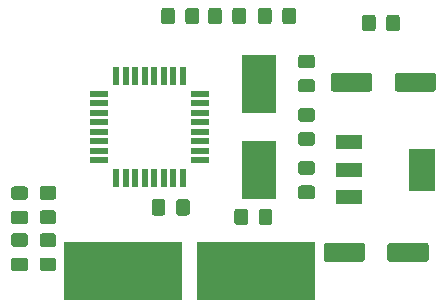
<source format=gbr>
G04 #@! TF.GenerationSoftware,KiCad,Pcbnew,(5.1.5)-3*
G04 #@! TF.CreationDate,2020-05-01T16:20:29+02:00*
G04 #@! TF.ProjectId,Arduino_Uno_R3_From_Scratch,41726475-696e-46f5-9f55-6e6f5f52335f,rev?*
G04 #@! TF.SameCoordinates,Original*
G04 #@! TF.FileFunction,Paste,Top*
G04 #@! TF.FilePolarity,Positive*
%FSLAX46Y46*%
G04 Gerber Fmt 4.6, Leading zero omitted, Abs format (unit mm)*
G04 Created by KiCad (PCBNEW (5.1.5)-3) date 2020-05-01 16:20:29*
%MOMM*%
%LPD*%
G04 APERTURE LIST*
%ADD10C,0.100000*%
%ADD11R,2.235200X1.219200*%
%ADD12R,2.200000X3.600000*%
%ADD13R,0.550000X1.500000*%
%ADD14R,1.500000X0.550000*%
%ADD15R,3.000000X4.900000*%
%ADD16R,10.000000X5.000000*%
G04 APERTURE END LIST*
D10*
G36*
X212924505Y-98501204D02*
G01*
X212948773Y-98504804D01*
X212972572Y-98510765D01*
X212995671Y-98519030D01*
X213017850Y-98529520D01*
X213038893Y-98542132D01*
X213058599Y-98556747D01*
X213076777Y-98573223D01*
X213093253Y-98591401D01*
X213107868Y-98611107D01*
X213120480Y-98632150D01*
X213130970Y-98654329D01*
X213139235Y-98677428D01*
X213145196Y-98701227D01*
X213148796Y-98725495D01*
X213150000Y-98749999D01*
X213150000Y-99650001D01*
X213148796Y-99674505D01*
X213145196Y-99698773D01*
X213139235Y-99722572D01*
X213130970Y-99745671D01*
X213120480Y-99767850D01*
X213107868Y-99788893D01*
X213093253Y-99808599D01*
X213076777Y-99826777D01*
X213058599Y-99843253D01*
X213038893Y-99857868D01*
X213017850Y-99870480D01*
X212995671Y-99880970D01*
X212972572Y-99889235D01*
X212948773Y-99895196D01*
X212924505Y-99898796D01*
X212900001Y-99900000D01*
X212249999Y-99900000D01*
X212225495Y-99898796D01*
X212201227Y-99895196D01*
X212177428Y-99889235D01*
X212154329Y-99880970D01*
X212132150Y-99870480D01*
X212111107Y-99857868D01*
X212091401Y-99843253D01*
X212073223Y-99826777D01*
X212056747Y-99808599D01*
X212042132Y-99788893D01*
X212029520Y-99767850D01*
X212019030Y-99745671D01*
X212010765Y-99722572D01*
X212004804Y-99698773D01*
X212001204Y-99674505D01*
X212000000Y-99650001D01*
X212000000Y-98749999D01*
X212001204Y-98725495D01*
X212004804Y-98701227D01*
X212010765Y-98677428D01*
X212019030Y-98654329D01*
X212029520Y-98632150D01*
X212042132Y-98611107D01*
X212056747Y-98591401D01*
X212073223Y-98573223D01*
X212091401Y-98556747D01*
X212111107Y-98542132D01*
X212132150Y-98529520D01*
X212154329Y-98519030D01*
X212177428Y-98510765D01*
X212201227Y-98504804D01*
X212225495Y-98501204D01*
X212249999Y-98500000D01*
X212900001Y-98500000D01*
X212924505Y-98501204D01*
G37*
G36*
X214974505Y-98501204D02*
G01*
X214998773Y-98504804D01*
X215022572Y-98510765D01*
X215045671Y-98519030D01*
X215067850Y-98529520D01*
X215088893Y-98542132D01*
X215108599Y-98556747D01*
X215126777Y-98573223D01*
X215143253Y-98591401D01*
X215157868Y-98611107D01*
X215170480Y-98632150D01*
X215180970Y-98654329D01*
X215189235Y-98677428D01*
X215195196Y-98701227D01*
X215198796Y-98725495D01*
X215200000Y-98749999D01*
X215200000Y-99650001D01*
X215198796Y-99674505D01*
X215195196Y-99698773D01*
X215189235Y-99722572D01*
X215180970Y-99745671D01*
X215170480Y-99767850D01*
X215157868Y-99788893D01*
X215143253Y-99808599D01*
X215126777Y-99826777D01*
X215108599Y-99843253D01*
X215088893Y-99857868D01*
X215067850Y-99870480D01*
X215045671Y-99880970D01*
X215022572Y-99889235D01*
X214998773Y-99895196D01*
X214974505Y-99898796D01*
X214950001Y-99900000D01*
X214299999Y-99900000D01*
X214275495Y-99898796D01*
X214251227Y-99895196D01*
X214227428Y-99889235D01*
X214204329Y-99880970D01*
X214182150Y-99870480D01*
X214161107Y-99857868D01*
X214141401Y-99843253D01*
X214123223Y-99826777D01*
X214106747Y-99808599D01*
X214092132Y-99788893D01*
X214079520Y-99767850D01*
X214069030Y-99745671D01*
X214060765Y-99722572D01*
X214054804Y-99698773D01*
X214051204Y-99674505D01*
X214050000Y-99650001D01*
X214050000Y-98749999D01*
X214051204Y-98725495D01*
X214054804Y-98701227D01*
X214060765Y-98677428D01*
X214069030Y-98654329D01*
X214079520Y-98632150D01*
X214092132Y-98611107D01*
X214106747Y-98591401D01*
X214123223Y-98573223D01*
X214141401Y-98556747D01*
X214161107Y-98542132D01*
X214182150Y-98529520D01*
X214204329Y-98519030D01*
X214227428Y-98510765D01*
X214251227Y-98504804D01*
X214275495Y-98501204D01*
X214299999Y-98500000D01*
X214950001Y-98500000D01*
X214974505Y-98501204D01*
G37*
D11*
X210901200Y-109288600D03*
X210901200Y-111600000D03*
X210901200Y-113911400D03*
D12*
X217099000Y-111600000D03*
D10*
G36*
X212624504Y-103401204D02*
G01*
X212648773Y-103404804D01*
X212672571Y-103410765D01*
X212695671Y-103419030D01*
X212717849Y-103429520D01*
X212738893Y-103442133D01*
X212758598Y-103456747D01*
X212776777Y-103473223D01*
X212793253Y-103491402D01*
X212807867Y-103511107D01*
X212820480Y-103532151D01*
X212830970Y-103554329D01*
X212839235Y-103577429D01*
X212845196Y-103601227D01*
X212848796Y-103625496D01*
X212850000Y-103650000D01*
X212850000Y-104750000D01*
X212848796Y-104774504D01*
X212845196Y-104798773D01*
X212839235Y-104822571D01*
X212830970Y-104845671D01*
X212820480Y-104867849D01*
X212807867Y-104888893D01*
X212793253Y-104908598D01*
X212776777Y-104926777D01*
X212758598Y-104943253D01*
X212738893Y-104957867D01*
X212717849Y-104970480D01*
X212695671Y-104980970D01*
X212672571Y-104989235D01*
X212648773Y-104995196D01*
X212624504Y-104998796D01*
X212600000Y-105000000D01*
X209600000Y-105000000D01*
X209575496Y-104998796D01*
X209551227Y-104995196D01*
X209527429Y-104989235D01*
X209504329Y-104980970D01*
X209482151Y-104970480D01*
X209461107Y-104957867D01*
X209441402Y-104943253D01*
X209423223Y-104926777D01*
X209406747Y-104908598D01*
X209392133Y-104888893D01*
X209379520Y-104867849D01*
X209369030Y-104845671D01*
X209360765Y-104822571D01*
X209354804Y-104798773D01*
X209351204Y-104774504D01*
X209350000Y-104750000D01*
X209350000Y-103650000D01*
X209351204Y-103625496D01*
X209354804Y-103601227D01*
X209360765Y-103577429D01*
X209369030Y-103554329D01*
X209379520Y-103532151D01*
X209392133Y-103511107D01*
X209406747Y-103491402D01*
X209423223Y-103473223D01*
X209441402Y-103456747D01*
X209461107Y-103442133D01*
X209482151Y-103429520D01*
X209504329Y-103419030D01*
X209527429Y-103410765D01*
X209551227Y-103404804D01*
X209575496Y-103401204D01*
X209600000Y-103400000D01*
X212600000Y-103400000D01*
X212624504Y-103401204D01*
G37*
G36*
X218024504Y-103401204D02*
G01*
X218048773Y-103404804D01*
X218072571Y-103410765D01*
X218095671Y-103419030D01*
X218117849Y-103429520D01*
X218138893Y-103442133D01*
X218158598Y-103456747D01*
X218176777Y-103473223D01*
X218193253Y-103491402D01*
X218207867Y-103511107D01*
X218220480Y-103532151D01*
X218230970Y-103554329D01*
X218239235Y-103577429D01*
X218245196Y-103601227D01*
X218248796Y-103625496D01*
X218250000Y-103650000D01*
X218250000Y-104750000D01*
X218248796Y-104774504D01*
X218245196Y-104798773D01*
X218239235Y-104822571D01*
X218230970Y-104845671D01*
X218220480Y-104867849D01*
X218207867Y-104888893D01*
X218193253Y-104908598D01*
X218176777Y-104926777D01*
X218158598Y-104943253D01*
X218138893Y-104957867D01*
X218117849Y-104970480D01*
X218095671Y-104980970D01*
X218072571Y-104989235D01*
X218048773Y-104995196D01*
X218024504Y-104998796D01*
X218000000Y-105000000D01*
X215000000Y-105000000D01*
X214975496Y-104998796D01*
X214951227Y-104995196D01*
X214927429Y-104989235D01*
X214904329Y-104980970D01*
X214882151Y-104970480D01*
X214861107Y-104957867D01*
X214841402Y-104943253D01*
X214823223Y-104926777D01*
X214806747Y-104908598D01*
X214792133Y-104888893D01*
X214779520Y-104867849D01*
X214769030Y-104845671D01*
X214760765Y-104822571D01*
X214754804Y-104798773D01*
X214751204Y-104774504D01*
X214750000Y-104750000D01*
X214750000Y-103650000D01*
X214751204Y-103625496D01*
X214754804Y-103601227D01*
X214760765Y-103577429D01*
X214769030Y-103554329D01*
X214779520Y-103532151D01*
X214792133Y-103511107D01*
X214806747Y-103491402D01*
X214823223Y-103473223D01*
X214841402Y-103456747D01*
X214861107Y-103442133D01*
X214882151Y-103429520D01*
X214904329Y-103419030D01*
X214927429Y-103410765D01*
X214951227Y-103404804D01*
X214975496Y-103401204D01*
X215000000Y-103400000D01*
X218000000Y-103400000D01*
X218024504Y-103401204D01*
G37*
G36*
X217424504Y-117801204D02*
G01*
X217448773Y-117804804D01*
X217472571Y-117810765D01*
X217495671Y-117819030D01*
X217517849Y-117829520D01*
X217538893Y-117842133D01*
X217558598Y-117856747D01*
X217576777Y-117873223D01*
X217593253Y-117891402D01*
X217607867Y-117911107D01*
X217620480Y-117932151D01*
X217630970Y-117954329D01*
X217639235Y-117977429D01*
X217645196Y-118001227D01*
X217648796Y-118025496D01*
X217650000Y-118050000D01*
X217650000Y-119150000D01*
X217648796Y-119174504D01*
X217645196Y-119198773D01*
X217639235Y-119222571D01*
X217630970Y-119245671D01*
X217620480Y-119267849D01*
X217607867Y-119288893D01*
X217593253Y-119308598D01*
X217576777Y-119326777D01*
X217558598Y-119343253D01*
X217538893Y-119357867D01*
X217517849Y-119370480D01*
X217495671Y-119380970D01*
X217472571Y-119389235D01*
X217448773Y-119395196D01*
X217424504Y-119398796D01*
X217400000Y-119400000D01*
X214400000Y-119400000D01*
X214375496Y-119398796D01*
X214351227Y-119395196D01*
X214327429Y-119389235D01*
X214304329Y-119380970D01*
X214282151Y-119370480D01*
X214261107Y-119357867D01*
X214241402Y-119343253D01*
X214223223Y-119326777D01*
X214206747Y-119308598D01*
X214192133Y-119288893D01*
X214179520Y-119267849D01*
X214169030Y-119245671D01*
X214160765Y-119222571D01*
X214154804Y-119198773D01*
X214151204Y-119174504D01*
X214150000Y-119150000D01*
X214150000Y-118050000D01*
X214151204Y-118025496D01*
X214154804Y-118001227D01*
X214160765Y-117977429D01*
X214169030Y-117954329D01*
X214179520Y-117932151D01*
X214192133Y-117911107D01*
X214206747Y-117891402D01*
X214223223Y-117873223D01*
X214241402Y-117856747D01*
X214261107Y-117842133D01*
X214282151Y-117829520D01*
X214304329Y-117819030D01*
X214327429Y-117810765D01*
X214351227Y-117804804D01*
X214375496Y-117801204D01*
X214400000Y-117800000D01*
X217400000Y-117800000D01*
X217424504Y-117801204D01*
G37*
G36*
X212024504Y-117801204D02*
G01*
X212048773Y-117804804D01*
X212072571Y-117810765D01*
X212095671Y-117819030D01*
X212117849Y-117829520D01*
X212138893Y-117842133D01*
X212158598Y-117856747D01*
X212176777Y-117873223D01*
X212193253Y-117891402D01*
X212207867Y-117911107D01*
X212220480Y-117932151D01*
X212230970Y-117954329D01*
X212239235Y-117977429D01*
X212245196Y-118001227D01*
X212248796Y-118025496D01*
X212250000Y-118050000D01*
X212250000Y-119150000D01*
X212248796Y-119174504D01*
X212245196Y-119198773D01*
X212239235Y-119222571D01*
X212230970Y-119245671D01*
X212220480Y-119267849D01*
X212207867Y-119288893D01*
X212193253Y-119308598D01*
X212176777Y-119326777D01*
X212158598Y-119343253D01*
X212138893Y-119357867D01*
X212117849Y-119370480D01*
X212095671Y-119380970D01*
X212072571Y-119389235D01*
X212048773Y-119395196D01*
X212024504Y-119398796D01*
X212000000Y-119400000D01*
X209000000Y-119400000D01*
X208975496Y-119398796D01*
X208951227Y-119395196D01*
X208927429Y-119389235D01*
X208904329Y-119380970D01*
X208882151Y-119370480D01*
X208861107Y-119357867D01*
X208841402Y-119343253D01*
X208823223Y-119326777D01*
X208806747Y-119308598D01*
X208792133Y-119288893D01*
X208779520Y-119267849D01*
X208769030Y-119245671D01*
X208760765Y-119222571D01*
X208754804Y-119198773D01*
X208751204Y-119174504D01*
X208750000Y-119150000D01*
X208750000Y-118050000D01*
X208751204Y-118025496D01*
X208754804Y-118001227D01*
X208760765Y-117977429D01*
X208769030Y-117954329D01*
X208779520Y-117932151D01*
X208792133Y-117911107D01*
X208806747Y-117891402D01*
X208823223Y-117873223D01*
X208841402Y-117856747D01*
X208861107Y-117842133D01*
X208882151Y-117829520D01*
X208904329Y-117819030D01*
X208927429Y-117810765D01*
X208951227Y-117804804D01*
X208975496Y-117801204D01*
X209000000Y-117800000D01*
X212000000Y-117800000D01*
X212024504Y-117801204D01*
G37*
G36*
X207774505Y-112951204D02*
G01*
X207798773Y-112954804D01*
X207822572Y-112960765D01*
X207845671Y-112969030D01*
X207867850Y-112979520D01*
X207888893Y-112992132D01*
X207908599Y-113006747D01*
X207926777Y-113023223D01*
X207943253Y-113041401D01*
X207957868Y-113061107D01*
X207970480Y-113082150D01*
X207980970Y-113104329D01*
X207989235Y-113127428D01*
X207995196Y-113151227D01*
X207998796Y-113175495D01*
X208000000Y-113199999D01*
X208000000Y-113850001D01*
X207998796Y-113874505D01*
X207995196Y-113898773D01*
X207989235Y-113922572D01*
X207980970Y-113945671D01*
X207970480Y-113967850D01*
X207957868Y-113988893D01*
X207943253Y-114008599D01*
X207926777Y-114026777D01*
X207908599Y-114043253D01*
X207888893Y-114057868D01*
X207867850Y-114070480D01*
X207845671Y-114080970D01*
X207822572Y-114089235D01*
X207798773Y-114095196D01*
X207774505Y-114098796D01*
X207750001Y-114100000D01*
X206849999Y-114100000D01*
X206825495Y-114098796D01*
X206801227Y-114095196D01*
X206777428Y-114089235D01*
X206754329Y-114080970D01*
X206732150Y-114070480D01*
X206711107Y-114057868D01*
X206691401Y-114043253D01*
X206673223Y-114026777D01*
X206656747Y-114008599D01*
X206642132Y-113988893D01*
X206629520Y-113967850D01*
X206619030Y-113945671D01*
X206610765Y-113922572D01*
X206604804Y-113898773D01*
X206601204Y-113874505D01*
X206600000Y-113850001D01*
X206600000Y-113199999D01*
X206601204Y-113175495D01*
X206604804Y-113151227D01*
X206610765Y-113127428D01*
X206619030Y-113104329D01*
X206629520Y-113082150D01*
X206642132Y-113061107D01*
X206656747Y-113041401D01*
X206673223Y-113023223D01*
X206691401Y-113006747D01*
X206711107Y-112992132D01*
X206732150Y-112979520D01*
X206754329Y-112969030D01*
X206777428Y-112960765D01*
X206801227Y-112954804D01*
X206825495Y-112951204D01*
X206849999Y-112950000D01*
X207750001Y-112950000D01*
X207774505Y-112951204D01*
G37*
G36*
X207774505Y-110901204D02*
G01*
X207798773Y-110904804D01*
X207822572Y-110910765D01*
X207845671Y-110919030D01*
X207867850Y-110929520D01*
X207888893Y-110942132D01*
X207908599Y-110956747D01*
X207926777Y-110973223D01*
X207943253Y-110991401D01*
X207957868Y-111011107D01*
X207970480Y-111032150D01*
X207980970Y-111054329D01*
X207989235Y-111077428D01*
X207995196Y-111101227D01*
X207998796Y-111125495D01*
X208000000Y-111149999D01*
X208000000Y-111800001D01*
X207998796Y-111824505D01*
X207995196Y-111848773D01*
X207989235Y-111872572D01*
X207980970Y-111895671D01*
X207970480Y-111917850D01*
X207957868Y-111938893D01*
X207943253Y-111958599D01*
X207926777Y-111976777D01*
X207908599Y-111993253D01*
X207888893Y-112007868D01*
X207867850Y-112020480D01*
X207845671Y-112030970D01*
X207822572Y-112039235D01*
X207798773Y-112045196D01*
X207774505Y-112048796D01*
X207750001Y-112050000D01*
X206849999Y-112050000D01*
X206825495Y-112048796D01*
X206801227Y-112045196D01*
X206777428Y-112039235D01*
X206754329Y-112030970D01*
X206732150Y-112020480D01*
X206711107Y-112007868D01*
X206691401Y-111993253D01*
X206673223Y-111976777D01*
X206656747Y-111958599D01*
X206642132Y-111938893D01*
X206629520Y-111917850D01*
X206619030Y-111895671D01*
X206610765Y-111872572D01*
X206604804Y-111848773D01*
X206601204Y-111824505D01*
X206600000Y-111800001D01*
X206600000Y-111149999D01*
X206601204Y-111125495D01*
X206604804Y-111101227D01*
X206610765Y-111077428D01*
X206619030Y-111054329D01*
X206629520Y-111032150D01*
X206642132Y-111011107D01*
X206656747Y-110991401D01*
X206673223Y-110973223D01*
X206691401Y-110956747D01*
X206711107Y-110942132D01*
X206732150Y-110929520D01*
X206754329Y-110919030D01*
X206777428Y-110910765D01*
X206801227Y-110904804D01*
X206825495Y-110901204D01*
X206849999Y-110900000D01*
X207750001Y-110900000D01*
X207774505Y-110901204D01*
G37*
G36*
X207774505Y-103926204D02*
G01*
X207798773Y-103929804D01*
X207822572Y-103935765D01*
X207845671Y-103944030D01*
X207867850Y-103954520D01*
X207888893Y-103967132D01*
X207908599Y-103981747D01*
X207926777Y-103998223D01*
X207943253Y-104016401D01*
X207957868Y-104036107D01*
X207970480Y-104057150D01*
X207980970Y-104079329D01*
X207989235Y-104102428D01*
X207995196Y-104126227D01*
X207998796Y-104150495D01*
X208000000Y-104174999D01*
X208000000Y-104825001D01*
X207998796Y-104849505D01*
X207995196Y-104873773D01*
X207989235Y-104897572D01*
X207980970Y-104920671D01*
X207970480Y-104942850D01*
X207957868Y-104963893D01*
X207943253Y-104983599D01*
X207926777Y-105001777D01*
X207908599Y-105018253D01*
X207888893Y-105032868D01*
X207867850Y-105045480D01*
X207845671Y-105055970D01*
X207822572Y-105064235D01*
X207798773Y-105070196D01*
X207774505Y-105073796D01*
X207750001Y-105075000D01*
X206849999Y-105075000D01*
X206825495Y-105073796D01*
X206801227Y-105070196D01*
X206777428Y-105064235D01*
X206754329Y-105055970D01*
X206732150Y-105045480D01*
X206711107Y-105032868D01*
X206691401Y-105018253D01*
X206673223Y-105001777D01*
X206656747Y-104983599D01*
X206642132Y-104963893D01*
X206629520Y-104942850D01*
X206619030Y-104920671D01*
X206610765Y-104897572D01*
X206604804Y-104873773D01*
X206601204Y-104849505D01*
X206600000Y-104825001D01*
X206600000Y-104174999D01*
X206601204Y-104150495D01*
X206604804Y-104126227D01*
X206610765Y-104102428D01*
X206619030Y-104079329D01*
X206629520Y-104057150D01*
X206642132Y-104036107D01*
X206656747Y-104016401D01*
X206673223Y-103998223D01*
X206691401Y-103981747D01*
X206711107Y-103967132D01*
X206732150Y-103954520D01*
X206754329Y-103944030D01*
X206777428Y-103935765D01*
X206801227Y-103929804D01*
X206825495Y-103926204D01*
X206849999Y-103925000D01*
X207750001Y-103925000D01*
X207774505Y-103926204D01*
G37*
G36*
X207774505Y-101876204D02*
G01*
X207798773Y-101879804D01*
X207822572Y-101885765D01*
X207845671Y-101894030D01*
X207867850Y-101904520D01*
X207888893Y-101917132D01*
X207908599Y-101931747D01*
X207926777Y-101948223D01*
X207943253Y-101966401D01*
X207957868Y-101986107D01*
X207970480Y-102007150D01*
X207980970Y-102029329D01*
X207989235Y-102052428D01*
X207995196Y-102076227D01*
X207998796Y-102100495D01*
X208000000Y-102124999D01*
X208000000Y-102775001D01*
X207998796Y-102799505D01*
X207995196Y-102823773D01*
X207989235Y-102847572D01*
X207980970Y-102870671D01*
X207970480Y-102892850D01*
X207957868Y-102913893D01*
X207943253Y-102933599D01*
X207926777Y-102951777D01*
X207908599Y-102968253D01*
X207888893Y-102982868D01*
X207867850Y-102995480D01*
X207845671Y-103005970D01*
X207822572Y-103014235D01*
X207798773Y-103020196D01*
X207774505Y-103023796D01*
X207750001Y-103025000D01*
X206849999Y-103025000D01*
X206825495Y-103023796D01*
X206801227Y-103020196D01*
X206777428Y-103014235D01*
X206754329Y-103005970D01*
X206732150Y-102995480D01*
X206711107Y-102982868D01*
X206691401Y-102968253D01*
X206673223Y-102951777D01*
X206656747Y-102933599D01*
X206642132Y-102913893D01*
X206629520Y-102892850D01*
X206619030Y-102870671D01*
X206610765Y-102847572D01*
X206604804Y-102823773D01*
X206601204Y-102799505D01*
X206600000Y-102775001D01*
X206600000Y-102124999D01*
X206601204Y-102100495D01*
X206604804Y-102076227D01*
X206610765Y-102052428D01*
X206619030Y-102029329D01*
X206629520Y-102007150D01*
X206642132Y-101986107D01*
X206656747Y-101966401D01*
X206673223Y-101948223D01*
X206691401Y-101931747D01*
X206711107Y-101917132D01*
X206732150Y-101904520D01*
X206754329Y-101894030D01*
X206777428Y-101885765D01*
X206801227Y-101879804D01*
X206825495Y-101876204D01*
X206849999Y-101875000D01*
X207750001Y-101875000D01*
X207774505Y-101876204D01*
G37*
G36*
X197174505Y-114101204D02*
G01*
X197198773Y-114104804D01*
X197222572Y-114110765D01*
X197245671Y-114119030D01*
X197267850Y-114129520D01*
X197288893Y-114142132D01*
X197308599Y-114156747D01*
X197326777Y-114173223D01*
X197343253Y-114191401D01*
X197357868Y-114211107D01*
X197370480Y-114232150D01*
X197380970Y-114254329D01*
X197389235Y-114277428D01*
X197395196Y-114301227D01*
X197398796Y-114325495D01*
X197400000Y-114349999D01*
X197400000Y-115250001D01*
X197398796Y-115274505D01*
X197395196Y-115298773D01*
X197389235Y-115322572D01*
X197380970Y-115345671D01*
X197370480Y-115367850D01*
X197357868Y-115388893D01*
X197343253Y-115408599D01*
X197326777Y-115426777D01*
X197308599Y-115443253D01*
X197288893Y-115457868D01*
X197267850Y-115470480D01*
X197245671Y-115480970D01*
X197222572Y-115489235D01*
X197198773Y-115495196D01*
X197174505Y-115498796D01*
X197150001Y-115500000D01*
X196499999Y-115500000D01*
X196475495Y-115498796D01*
X196451227Y-115495196D01*
X196427428Y-115489235D01*
X196404329Y-115480970D01*
X196382150Y-115470480D01*
X196361107Y-115457868D01*
X196341401Y-115443253D01*
X196323223Y-115426777D01*
X196306747Y-115408599D01*
X196292132Y-115388893D01*
X196279520Y-115367850D01*
X196269030Y-115345671D01*
X196260765Y-115322572D01*
X196254804Y-115298773D01*
X196251204Y-115274505D01*
X196250000Y-115250001D01*
X196250000Y-114349999D01*
X196251204Y-114325495D01*
X196254804Y-114301227D01*
X196260765Y-114277428D01*
X196269030Y-114254329D01*
X196279520Y-114232150D01*
X196292132Y-114211107D01*
X196306747Y-114191401D01*
X196323223Y-114173223D01*
X196341401Y-114156747D01*
X196361107Y-114142132D01*
X196382150Y-114129520D01*
X196404329Y-114119030D01*
X196427428Y-114110765D01*
X196451227Y-114104804D01*
X196475495Y-114101204D01*
X196499999Y-114100000D01*
X197150001Y-114100000D01*
X197174505Y-114101204D01*
G37*
G36*
X195124505Y-114101204D02*
G01*
X195148773Y-114104804D01*
X195172572Y-114110765D01*
X195195671Y-114119030D01*
X195217850Y-114129520D01*
X195238893Y-114142132D01*
X195258599Y-114156747D01*
X195276777Y-114173223D01*
X195293253Y-114191401D01*
X195307868Y-114211107D01*
X195320480Y-114232150D01*
X195330970Y-114254329D01*
X195339235Y-114277428D01*
X195345196Y-114301227D01*
X195348796Y-114325495D01*
X195350000Y-114349999D01*
X195350000Y-115250001D01*
X195348796Y-115274505D01*
X195345196Y-115298773D01*
X195339235Y-115322572D01*
X195330970Y-115345671D01*
X195320480Y-115367850D01*
X195307868Y-115388893D01*
X195293253Y-115408599D01*
X195276777Y-115426777D01*
X195258599Y-115443253D01*
X195238893Y-115457868D01*
X195217850Y-115470480D01*
X195195671Y-115480970D01*
X195172572Y-115489235D01*
X195148773Y-115495196D01*
X195124505Y-115498796D01*
X195100001Y-115500000D01*
X194449999Y-115500000D01*
X194425495Y-115498796D01*
X194401227Y-115495196D01*
X194377428Y-115489235D01*
X194354329Y-115480970D01*
X194332150Y-115470480D01*
X194311107Y-115457868D01*
X194291401Y-115443253D01*
X194273223Y-115426777D01*
X194256747Y-115408599D01*
X194242132Y-115388893D01*
X194229520Y-115367850D01*
X194219030Y-115345671D01*
X194210765Y-115322572D01*
X194204804Y-115298773D01*
X194201204Y-115274505D01*
X194200000Y-115250001D01*
X194200000Y-114349999D01*
X194201204Y-114325495D01*
X194204804Y-114301227D01*
X194210765Y-114277428D01*
X194219030Y-114254329D01*
X194229520Y-114232150D01*
X194242132Y-114211107D01*
X194256747Y-114191401D01*
X194273223Y-114173223D01*
X194291401Y-114156747D01*
X194311107Y-114142132D01*
X194332150Y-114129520D01*
X194354329Y-114119030D01*
X194377428Y-114110765D01*
X194401227Y-114104804D01*
X194425495Y-114101204D01*
X194449999Y-114100000D01*
X195100001Y-114100000D01*
X195124505Y-114101204D01*
G37*
G36*
X204174505Y-114901204D02*
G01*
X204198773Y-114904804D01*
X204222572Y-114910765D01*
X204245671Y-114919030D01*
X204267850Y-114929520D01*
X204288893Y-114942132D01*
X204308599Y-114956747D01*
X204326777Y-114973223D01*
X204343253Y-114991401D01*
X204357868Y-115011107D01*
X204370480Y-115032150D01*
X204380970Y-115054329D01*
X204389235Y-115077428D01*
X204395196Y-115101227D01*
X204398796Y-115125495D01*
X204400000Y-115149999D01*
X204400000Y-116050001D01*
X204398796Y-116074505D01*
X204395196Y-116098773D01*
X204389235Y-116122572D01*
X204380970Y-116145671D01*
X204370480Y-116167850D01*
X204357868Y-116188893D01*
X204343253Y-116208599D01*
X204326777Y-116226777D01*
X204308599Y-116243253D01*
X204288893Y-116257868D01*
X204267850Y-116270480D01*
X204245671Y-116280970D01*
X204222572Y-116289235D01*
X204198773Y-116295196D01*
X204174505Y-116298796D01*
X204150001Y-116300000D01*
X203499999Y-116300000D01*
X203475495Y-116298796D01*
X203451227Y-116295196D01*
X203427428Y-116289235D01*
X203404329Y-116280970D01*
X203382150Y-116270480D01*
X203361107Y-116257868D01*
X203341401Y-116243253D01*
X203323223Y-116226777D01*
X203306747Y-116208599D01*
X203292132Y-116188893D01*
X203279520Y-116167850D01*
X203269030Y-116145671D01*
X203260765Y-116122572D01*
X203254804Y-116098773D01*
X203251204Y-116074505D01*
X203250000Y-116050001D01*
X203250000Y-115149999D01*
X203251204Y-115125495D01*
X203254804Y-115101227D01*
X203260765Y-115077428D01*
X203269030Y-115054329D01*
X203279520Y-115032150D01*
X203292132Y-115011107D01*
X203306747Y-114991401D01*
X203323223Y-114973223D01*
X203341401Y-114956747D01*
X203361107Y-114942132D01*
X203382150Y-114929520D01*
X203404329Y-114919030D01*
X203427428Y-114910765D01*
X203451227Y-114904804D01*
X203475495Y-114901204D01*
X203499999Y-114900000D01*
X204150001Y-114900000D01*
X204174505Y-114901204D01*
G37*
G36*
X202124505Y-114901204D02*
G01*
X202148773Y-114904804D01*
X202172572Y-114910765D01*
X202195671Y-114919030D01*
X202217850Y-114929520D01*
X202238893Y-114942132D01*
X202258599Y-114956747D01*
X202276777Y-114973223D01*
X202293253Y-114991401D01*
X202307868Y-115011107D01*
X202320480Y-115032150D01*
X202330970Y-115054329D01*
X202339235Y-115077428D01*
X202345196Y-115101227D01*
X202348796Y-115125495D01*
X202350000Y-115149999D01*
X202350000Y-116050001D01*
X202348796Y-116074505D01*
X202345196Y-116098773D01*
X202339235Y-116122572D01*
X202330970Y-116145671D01*
X202320480Y-116167850D01*
X202307868Y-116188893D01*
X202293253Y-116208599D01*
X202276777Y-116226777D01*
X202258599Y-116243253D01*
X202238893Y-116257868D01*
X202217850Y-116270480D01*
X202195671Y-116280970D01*
X202172572Y-116289235D01*
X202148773Y-116295196D01*
X202124505Y-116298796D01*
X202100001Y-116300000D01*
X201449999Y-116300000D01*
X201425495Y-116298796D01*
X201401227Y-116295196D01*
X201377428Y-116289235D01*
X201354329Y-116280970D01*
X201332150Y-116270480D01*
X201311107Y-116257868D01*
X201291401Y-116243253D01*
X201273223Y-116226777D01*
X201256747Y-116208599D01*
X201242132Y-116188893D01*
X201229520Y-116167850D01*
X201219030Y-116145671D01*
X201210765Y-116122572D01*
X201204804Y-116098773D01*
X201201204Y-116074505D01*
X201200000Y-116050001D01*
X201200000Y-115149999D01*
X201201204Y-115125495D01*
X201204804Y-115101227D01*
X201210765Y-115077428D01*
X201219030Y-115054329D01*
X201229520Y-115032150D01*
X201242132Y-115011107D01*
X201256747Y-114991401D01*
X201273223Y-114973223D01*
X201291401Y-114956747D01*
X201311107Y-114942132D01*
X201332150Y-114929520D01*
X201354329Y-114919030D01*
X201377428Y-114910765D01*
X201401227Y-114904804D01*
X201425495Y-114901204D01*
X201449999Y-114900000D01*
X202100001Y-114900000D01*
X202124505Y-114901204D01*
G37*
G36*
X183474505Y-119051204D02*
G01*
X183498773Y-119054804D01*
X183522572Y-119060765D01*
X183545671Y-119069030D01*
X183567850Y-119079520D01*
X183588893Y-119092132D01*
X183608599Y-119106747D01*
X183626777Y-119123223D01*
X183643253Y-119141401D01*
X183657868Y-119161107D01*
X183670480Y-119182150D01*
X183680970Y-119204329D01*
X183689235Y-119227428D01*
X183695196Y-119251227D01*
X183698796Y-119275495D01*
X183700000Y-119299999D01*
X183700000Y-119950001D01*
X183698796Y-119974505D01*
X183695196Y-119998773D01*
X183689235Y-120022572D01*
X183680970Y-120045671D01*
X183670480Y-120067850D01*
X183657868Y-120088893D01*
X183643253Y-120108599D01*
X183626777Y-120126777D01*
X183608599Y-120143253D01*
X183588893Y-120157868D01*
X183567850Y-120170480D01*
X183545671Y-120180970D01*
X183522572Y-120189235D01*
X183498773Y-120195196D01*
X183474505Y-120198796D01*
X183450001Y-120200000D01*
X182549999Y-120200000D01*
X182525495Y-120198796D01*
X182501227Y-120195196D01*
X182477428Y-120189235D01*
X182454329Y-120180970D01*
X182432150Y-120170480D01*
X182411107Y-120157868D01*
X182391401Y-120143253D01*
X182373223Y-120126777D01*
X182356747Y-120108599D01*
X182342132Y-120088893D01*
X182329520Y-120067850D01*
X182319030Y-120045671D01*
X182310765Y-120022572D01*
X182304804Y-119998773D01*
X182301204Y-119974505D01*
X182300000Y-119950001D01*
X182300000Y-119299999D01*
X182301204Y-119275495D01*
X182304804Y-119251227D01*
X182310765Y-119227428D01*
X182319030Y-119204329D01*
X182329520Y-119182150D01*
X182342132Y-119161107D01*
X182356747Y-119141401D01*
X182373223Y-119123223D01*
X182391401Y-119106747D01*
X182411107Y-119092132D01*
X182432150Y-119079520D01*
X182454329Y-119069030D01*
X182477428Y-119060765D01*
X182501227Y-119054804D01*
X182525495Y-119051204D01*
X182549999Y-119050000D01*
X183450001Y-119050000D01*
X183474505Y-119051204D01*
G37*
G36*
X183474505Y-117001204D02*
G01*
X183498773Y-117004804D01*
X183522572Y-117010765D01*
X183545671Y-117019030D01*
X183567850Y-117029520D01*
X183588893Y-117042132D01*
X183608599Y-117056747D01*
X183626777Y-117073223D01*
X183643253Y-117091401D01*
X183657868Y-117111107D01*
X183670480Y-117132150D01*
X183680970Y-117154329D01*
X183689235Y-117177428D01*
X183695196Y-117201227D01*
X183698796Y-117225495D01*
X183700000Y-117249999D01*
X183700000Y-117900001D01*
X183698796Y-117924505D01*
X183695196Y-117948773D01*
X183689235Y-117972572D01*
X183680970Y-117995671D01*
X183670480Y-118017850D01*
X183657868Y-118038893D01*
X183643253Y-118058599D01*
X183626777Y-118076777D01*
X183608599Y-118093253D01*
X183588893Y-118107868D01*
X183567850Y-118120480D01*
X183545671Y-118130970D01*
X183522572Y-118139235D01*
X183498773Y-118145196D01*
X183474505Y-118148796D01*
X183450001Y-118150000D01*
X182549999Y-118150000D01*
X182525495Y-118148796D01*
X182501227Y-118145196D01*
X182477428Y-118139235D01*
X182454329Y-118130970D01*
X182432150Y-118120480D01*
X182411107Y-118107868D01*
X182391401Y-118093253D01*
X182373223Y-118076777D01*
X182356747Y-118058599D01*
X182342132Y-118038893D01*
X182329520Y-118017850D01*
X182319030Y-117995671D01*
X182310765Y-117972572D01*
X182304804Y-117948773D01*
X182301204Y-117924505D01*
X182300000Y-117900001D01*
X182300000Y-117249999D01*
X182301204Y-117225495D01*
X182304804Y-117201227D01*
X182310765Y-117177428D01*
X182319030Y-117154329D01*
X182329520Y-117132150D01*
X182342132Y-117111107D01*
X182356747Y-117091401D01*
X182373223Y-117073223D01*
X182391401Y-117056747D01*
X182411107Y-117042132D01*
X182432150Y-117029520D01*
X182454329Y-117019030D01*
X182477428Y-117010765D01*
X182501227Y-117004804D01*
X182525495Y-117001204D01*
X182549999Y-117000000D01*
X183450001Y-117000000D01*
X183474505Y-117001204D01*
G37*
G36*
X185874505Y-117001204D02*
G01*
X185898773Y-117004804D01*
X185922572Y-117010765D01*
X185945671Y-117019030D01*
X185967850Y-117029520D01*
X185988893Y-117042132D01*
X186008599Y-117056747D01*
X186026777Y-117073223D01*
X186043253Y-117091401D01*
X186057868Y-117111107D01*
X186070480Y-117132150D01*
X186080970Y-117154329D01*
X186089235Y-117177428D01*
X186095196Y-117201227D01*
X186098796Y-117225495D01*
X186100000Y-117249999D01*
X186100000Y-117900001D01*
X186098796Y-117924505D01*
X186095196Y-117948773D01*
X186089235Y-117972572D01*
X186080970Y-117995671D01*
X186070480Y-118017850D01*
X186057868Y-118038893D01*
X186043253Y-118058599D01*
X186026777Y-118076777D01*
X186008599Y-118093253D01*
X185988893Y-118107868D01*
X185967850Y-118120480D01*
X185945671Y-118130970D01*
X185922572Y-118139235D01*
X185898773Y-118145196D01*
X185874505Y-118148796D01*
X185850001Y-118150000D01*
X184949999Y-118150000D01*
X184925495Y-118148796D01*
X184901227Y-118145196D01*
X184877428Y-118139235D01*
X184854329Y-118130970D01*
X184832150Y-118120480D01*
X184811107Y-118107868D01*
X184791401Y-118093253D01*
X184773223Y-118076777D01*
X184756747Y-118058599D01*
X184742132Y-118038893D01*
X184729520Y-118017850D01*
X184719030Y-117995671D01*
X184710765Y-117972572D01*
X184704804Y-117948773D01*
X184701204Y-117924505D01*
X184700000Y-117900001D01*
X184700000Y-117249999D01*
X184701204Y-117225495D01*
X184704804Y-117201227D01*
X184710765Y-117177428D01*
X184719030Y-117154329D01*
X184729520Y-117132150D01*
X184742132Y-117111107D01*
X184756747Y-117091401D01*
X184773223Y-117073223D01*
X184791401Y-117056747D01*
X184811107Y-117042132D01*
X184832150Y-117029520D01*
X184854329Y-117019030D01*
X184877428Y-117010765D01*
X184901227Y-117004804D01*
X184925495Y-117001204D01*
X184949999Y-117000000D01*
X185850001Y-117000000D01*
X185874505Y-117001204D01*
G37*
G36*
X185874505Y-119051204D02*
G01*
X185898773Y-119054804D01*
X185922572Y-119060765D01*
X185945671Y-119069030D01*
X185967850Y-119079520D01*
X185988893Y-119092132D01*
X186008599Y-119106747D01*
X186026777Y-119123223D01*
X186043253Y-119141401D01*
X186057868Y-119161107D01*
X186070480Y-119182150D01*
X186080970Y-119204329D01*
X186089235Y-119227428D01*
X186095196Y-119251227D01*
X186098796Y-119275495D01*
X186100000Y-119299999D01*
X186100000Y-119950001D01*
X186098796Y-119974505D01*
X186095196Y-119998773D01*
X186089235Y-120022572D01*
X186080970Y-120045671D01*
X186070480Y-120067850D01*
X186057868Y-120088893D01*
X186043253Y-120108599D01*
X186026777Y-120126777D01*
X186008599Y-120143253D01*
X185988893Y-120157868D01*
X185967850Y-120170480D01*
X185945671Y-120180970D01*
X185922572Y-120189235D01*
X185898773Y-120195196D01*
X185874505Y-120198796D01*
X185850001Y-120200000D01*
X184949999Y-120200000D01*
X184925495Y-120198796D01*
X184901227Y-120195196D01*
X184877428Y-120189235D01*
X184854329Y-120180970D01*
X184832150Y-120170480D01*
X184811107Y-120157868D01*
X184791401Y-120143253D01*
X184773223Y-120126777D01*
X184756747Y-120108599D01*
X184742132Y-120088893D01*
X184729520Y-120067850D01*
X184719030Y-120045671D01*
X184710765Y-120022572D01*
X184704804Y-119998773D01*
X184701204Y-119974505D01*
X184700000Y-119950001D01*
X184700000Y-119299999D01*
X184701204Y-119275495D01*
X184704804Y-119251227D01*
X184710765Y-119227428D01*
X184719030Y-119204329D01*
X184729520Y-119182150D01*
X184742132Y-119161107D01*
X184756747Y-119141401D01*
X184773223Y-119123223D01*
X184791401Y-119106747D01*
X184811107Y-119092132D01*
X184832150Y-119079520D01*
X184854329Y-119069030D01*
X184877428Y-119060765D01*
X184901227Y-119054804D01*
X184925495Y-119051204D01*
X184949999Y-119050000D01*
X185850001Y-119050000D01*
X185874505Y-119051204D01*
G37*
G36*
X201949505Y-97901204D02*
G01*
X201973773Y-97904804D01*
X201997572Y-97910765D01*
X202020671Y-97919030D01*
X202042850Y-97929520D01*
X202063893Y-97942132D01*
X202083599Y-97956747D01*
X202101777Y-97973223D01*
X202118253Y-97991401D01*
X202132868Y-98011107D01*
X202145480Y-98032150D01*
X202155970Y-98054329D01*
X202164235Y-98077428D01*
X202170196Y-98101227D01*
X202173796Y-98125495D01*
X202175000Y-98149999D01*
X202175000Y-99050001D01*
X202173796Y-99074505D01*
X202170196Y-99098773D01*
X202164235Y-99122572D01*
X202155970Y-99145671D01*
X202145480Y-99167850D01*
X202132868Y-99188893D01*
X202118253Y-99208599D01*
X202101777Y-99226777D01*
X202083599Y-99243253D01*
X202063893Y-99257868D01*
X202042850Y-99270480D01*
X202020671Y-99280970D01*
X201997572Y-99289235D01*
X201973773Y-99295196D01*
X201949505Y-99298796D01*
X201925001Y-99300000D01*
X201274999Y-99300000D01*
X201250495Y-99298796D01*
X201226227Y-99295196D01*
X201202428Y-99289235D01*
X201179329Y-99280970D01*
X201157150Y-99270480D01*
X201136107Y-99257868D01*
X201116401Y-99243253D01*
X201098223Y-99226777D01*
X201081747Y-99208599D01*
X201067132Y-99188893D01*
X201054520Y-99167850D01*
X201044030Y-99145671D01*
X201035765Y-99122572D01*
X201029804Y-99098773D01*
X201026204Y-99074505D01*
X201025000Y-99050001D01*
X201025000Y-98149999D01*
X201026204Y-98125495D01*
X201029804Y-98101227D01*
X201035765Y-98077428D01*
X201044030Y-98054329D01*
X201054520Y-98032150D01*
X201067132Y-98011107D01*
X201081747Y-97991401D01*
X201098223Y-97973223D01*
X201116401Y-97956747D01*
X201136107Y-97942132D01*
X201157150Y-97929520D01*
X201179329Y-97919030D01*
X201202428Y-97910765D01*
X201226227Y-97904804D01*
X201250495Y-97901204D01*
X201274999Y-97900000D01*
X201925001Y-97900000D01*
X201949505Y-97901204D01*
G37*
G36*
X199899505Y-97901204D02*
G01*
X199923773Y-97904804D01*
X199947572Y-97910765D01*
X199970671Y-97919030D01*
X199992850Y-97929520D01*
X200013893Y-97942132D01*
X200033599Y-97956747D01*
X200051777Y-97973223D01*
X200068253Y-97991401D01*
X200082868Y-98011107D01*
X200095480Y-98032150D01*
X200105970Y-98054329D01*
X200114235Y-98077428D01*
X200120196Y-98101227D01*
X200123796Y-98125495D01*
X200125000Y-98149999D01*
X200125000Y-99050001D01*
X200123796Y-99074505D01*
X200120196Y-99098773D01*
X200114235Y-99122572D01*
X200105970Y-99145671D01*
X200095480Y-99167850D01*
X200082868Y-99188893D01*
X200068253Y-99208599D01*
X200051777Y-99226777D01*
X200033599Y-99243253D01*
X200013893Y-99257868D01*
X199992850Y-99270480D01*
X199970671Y-99280970D01*
X199947572Y-99289235D01*
X199923773Y-99295196D01*
X199899505Y-99298796D01*
X199875001Y-99300000D01*
X199224999Y-99300000D01*
X199200495Y-99298796D01*
X199176227Y-99295196D01*
X199152428Y-99289235D01*
X199129329Y-99280970D01*
X199107150Y-99270480D01*
X199086107Y-99257868D01*
X199066401Y-99243253D01*
X199048223Y-99226777D01*
X199031747Y-99208599D01*
X199017132Y-99188893D01*
X199004520Y-99167850D01*
X198994030Y-99145671D01*
X198985765Y-99122572D01*
X198979804Y-99098773D01*
X198976204Y-99074505D01*
X198975000Y-99050001D01*
X198975000Y-98149999D01*
X198976204Y-98125495D01*
X198979804Y-98101227D01*
X198985765Y-98077428D01*
X198994030Y-98054329D01*
X199004520Y-98032150D01*
X199017132Y-98011107D01*
X199031747Y-97991401D01*
X199048223Y-97973223D01*
X199066401Y-97956747D01*
X199086107Y-97942132D01*
X199107150Y-97929520D01*
X199129329Y-97919030D01*
X199152428Y-97910765D01*
X199176227Y-97904804D01*
X199200495Y-97901204D01*
X199224999Y-97900000D01*
X199875001Y-97900000D01*
X199899505Y-97901204D01*
G37*
G36*
X207774505Y-106401204D02*
G01*
X207798773Y-106404804D01*
X207822572Y-106410765D01*
X207845671Y-106419030D01*
X207867850Y-106429520D01*
X207888893Y-106442132D01*
X207908599Y-106456747D01*
X207926777Y-106473223D01*
X207943253Y-106491401D01*
X207957868Y-106511107D01*
X207970480Y-106532150D01*
X207980970Y-106554329D01*
X207989235Y-106577428D01*
X207995196Y-106601227D01*
X207998796Y-106625495D01*
X208000000Y-106649999D01*
X208000000Y-107300001D01*
X207998796Y-107324505D01*
X207995196Y-107348773D01*
X207989235Y-107372572D01*
X207980970Y-107395671D01*
X207970480Y-107417850D01*
X207957868Y-107438893D01*
X207943253Y-107458599D01*
X207926777Y-107476777D01*
X207908599Y-107493253D01*
X207888893Y-107507868D01*
X207867850Y-107520480D01*
X207845671Y-107530970D01*
X207822572Y-107539235D01*
X207798773Y-107545196D01*
X207774505Y-107548796D01*
X207750001Y-107550000D01*
X206849999Y-107550000D01*
X206825495Y-107548796D01*
X206801227Y-107545196D01*
X206777428Y-107539235D01*
X206754329Y-107530970D01*
X206732150Y-107520480D01*
X206711107Y-107507868D01*
X206691401Y-107493253D01*
X206673223Y-107476777D01*
X206656747Y-107458599D01*
X206642132Y-107438893D01*
X206629520Y-107417850D01*
X206619030Y-107395671D01*
X206610765Y-107372572D01*
X206604804Y-107348773D01*
X206601204Y-107324505D01*
X206600000Y-107300001D01*
X206600000Y-106649999D01*
X206601204Y-106625495D01*
X206604804Y-106601227D01*
X206610765Y-106577428D01*
X206619030Y-106554329D01*
X206629520Y-106532150D01*
X206642132Y-106511107D01*
X206656747Y-106491401D01*
X206673223Y-106473223D01*
X206691401Y-106456747D01*
X206711107Y-106442132D01*
X206732150Y-106429520D01*
X206754329Y-106419030D01*
X206777428Y-106410765D01*
X206801227Y-106404804D01*
X206825495Y-106401204D01*
X206849999Y-106400000D01*
X207750001Y-106400000D01*
X207774505Y-106401204D01*
G37*
G36*
X207774505Y-108451204D02*
G01*
X207798773Y-108454804D01*
X207822572Y-108460765D01*
X207845671Y-108469030D01*
X207867850Y-108479520D01*
X207888893Y-108492132D01*
X207908599Y-108506747D01*
X207926777Y-108523223D01*
X207943253Y-108541401D01*
X207957868Y-108561107D01*
X207970480Y-108582150D01*
X207980970Y-108604329D01*
X207989235Y-108627428D01*
X207995196Y-108651227D01*
X207998796Y-108675495D01*
X208000000Y-108699999D01*
X208000000Y-109350001D01*
X207998796Y-109374505D01*
X207995196Y-109398773D01*
X207989235Y-109422572D01*
X207980970Y-109445671D01*
X207970480Y-109467850D01*
X207957868Y-109488893D01*
X207943253Y-109508599D01*
X207926777Y-109526777D01*
X207908599Y-109543253D01*
X207888893Y-109557868D01*
X207867850Y-109570480D01*
X207845671Y-109580970D01*
X207822572Y-109589235D01*
X207798773Y-109595196D01*
X207774505Y-109598796D01*
X207750001Y-109600000D01*
X206849999Y-109600000D01*
X206825495Y-109598796D01*
X206801227Y-109595196D01*
X206777428Y-109589235D01*
X206754329Y-109580970D01*
X206732150Y-109570480D01*
X206711107Y-109557868D01*
X206691401Y-109543253D01*
X206673223Y-109526777D01*
X206656747Y-109508599D01*
X206642132Y-109488893D01*
X206629520Y-109467850D01*
X206619030Y-109445671D01*
X206610765Y-109422572D01*
X206604804Y-109398773D01*
X206601204Y-109374505D01*
X206600000Y-109350001D01*
X206600000Y-108699999D01*
X206601204Y-108675495D01*
X206604804Y-108651227D01*
X206610765Y-108627428D01*
X206619030Y-108604329D01*
X206629520Y-108582150D01*
X206642132Y-108561107D01*
X206656747Y-108541401D01*
X206673223Y-108523223D01*
X206691401Y-108506747D01*
X206711107Y-108492132D01*
X206732150Y-108479520D01*
X206754329Y-108469030D01*
X206777428Y-108460765D01*
X206801227Y-108454804D01*
X206825495Y-108451204D01*
X206849999Y-108450000D01*
X207750001Y-108450000D01*
X207774505Y-108451204D01*
G37*
G36*
X183474505Y-115076204D02*
G01*
X183498773Y-115079804D01*
X183522572Y-115085765D01*
X183545671Y-115094030D01*
X183567850Y-115104520D01*
X183588893Y-115117132D01*
X183608599Y-115131747D01*
X183626777Y-115148223D01*
X183643253Y-115166401D01*
X183657868Y-115186107D01*
X183670480Y-115207150D01*
X183680970Y-115229329D01*
X183689235Y-115252428D01*
X183695196Y-115276227D01*
X183698796Y-115300495D01*
X183700000Y-115324999D01*
X183700000Y-115975001D01*
X183698796Y-115999505D01*
X183695196Y-116023773D01*
X183689235Y-116047572D01*
X183680970Y-116070671D01*
X183670480Y-116092850D01*
X183657868Y-116113893D01*
X183643253Y-116133599D01*
X183626777Y-116151777D01*
X183608599Y-116168253D01*
X183588893Y-116182868D01*
X183567850Y-116195480D01*
X183545671Y-116205970D01*
X183522572Y-116214235D01*
X183498773Y-116220196D01*
X183474505Y-116223796D01*
X183450001Y-116225000D01*
X182549999Y-116225000D01*
X182525495Y-116223796D01*
X182501227Y-116220196D01*
X182477428Y-116214235D01*
X182454329Y-116205970D01*
X182432150Y-116195480D01*
X182411107Y-116182868D01*
X182391401Y-116168253D01*
X182373223Y-116151777D01*
X182356747Y-116133599D01*
X182342132Y-116113893D01*
X182329520Y-116092850D01*
X182319030Y-116070671D01*
X182310765Y-116047572D01*
X182304804Y-116023773D01*
X182301204Y-115999505D01*
X182300000Y-115975001D01*
X182300000Y-115324999D01*
X182301204Y-115300495D01*
X182304804Y-115276227D01*
X182310765Y-115252428D01*
X182319030Y-115229329D01*
X182329520Y-115207150D01*
X182342132Y-115186107D01*
X182356747Y-115166401D01*
X182373223Y-115148223D01*
X182391401Y-115131747D01*
X182411107Y-115117132D01*
X182432150Y-115104520D01*
X182454329Y-115094030D01*
X182477428Y-115085765D01*
X182501227Y-115079804D01*
X182525495Y-115076204D01*
X182549999Y-115075000D01*
X183450001Y-115075000D01*
X183474505Y-115076204D01*
G37*
G36*
X183474505Y-113026204D02*
G01*
X183498773Y-113029804D01*
X183522572Y-113035765D01*
X183545671Y-113044030D01*
X183567850Y-113054520D01*
X183588893Y-113067132D01*
X183608599Y-113081747D01*
X183626777Y-113098223D01*
X183643253Y-113116401D01*
X183657868Y-113136107D01*
X183670480Y-113157150D01*
X183680970Y-113179329D01*
X183689235Y-113202428D01*
X183695196Y-113226227D01*
X183698796Y-113250495D01*
X183700000Y-113274999D01*
X183700000Y-113925001D01*
X183698796Y-113949505D01*
X183695196Y-113973773D01*
X183689235Y-113997572D01*
X183680970Y-114020671D01*
X183670480Y-114042850D01*
X183657868Y-114063893D01*
X183643253Y-114083599D01*
X183626777Y-114101777D01*
X183608599Y-114118253D01*
X183588893Y-114132868D01*
X183567850Y-114145480D01*
X183545671Y-114155970D01*
X183522572Y-114164235D01*
X183498773Y-114170196D01*
X183474505Y-114173796D01*
X183450001Y-114175000D01*
X182549999Y-114175000D01*
X182525495Y-114173796D01*
X182501227Y-114170196D01*
X182477428Y-114164235D01*
X182454329Y-114155970D01*
X182432150Y-114145480D01*
X182411107Y-114132868D01*
X182391401Y-114118253D01*
X182373223Y-114101777D01*
X182356747Y-114083599D01*
X182342132Y-114063893D01*
X182329520Y-114042850D01*
X182319030Y-114020671D01*
X182310765Y-113997572D01*
X182304804Y-113973773D01*
X182301204Y-113949505D01*
X182300000Y-113925001D01*
X182300000Y-113274999D01*
X182301204Y-113250495D01*
X182304804Y-113226227D01*
X182310765Y-113202428D01*
X182319030Y-113179329D01*
X182329520Y-113157150D01*
X182342132Y-113136107D01*
X182356747Y-113116401D01*
X182373223Y-113098223D01*
X182391401Y-113081747D01*
X182411107Y-113067132D01*
X182432150Y-113054520D01*
X182454329Y-113044030D01*
X182477428Y-113035765D01*
X182501227Y-113029804D01*
X182525495Y-113026204D01*
X182549999Y-113025000D01*
X183450001Y-113025000D01*
X183474505Y-113026204D01*
G37*
G36*
X185874505Y-113001204D02*
G01*
X185898773Y-113004804D01*
X185922572Y-113010765D01*
X185945671Y-113019030D01*
X185967850Y-113029520D01*
X185988893Y-113042132D01*
X186008599Y-113056747D01*
X186026777Y-113073223D01*
X186043253Y-113091401D01*
X186057868Y-113111107D01*
X186070480Y-113132150D01*
X186080970Y-113154329D01*
X186089235Y-113177428D01*
X186095196Y-113201227D01*
X186098796Y-113225495D01*
X186100000Y-113249999D01*
X186100000Y-113900001D01*
X186098796Y-113924505D01*
X186095196Y-113948773D01*
X186089235Y-113972572D01*
X186080970Y-113995671D01*
X186070480Y-114017850D01*
X186057868Y-114038893D01*
X186043253Y-114058599D01*
X186026777Y-114076777D01*
X186008599Y-114093253D01*
X185988893Y-114107868D01*
X185967850Y-114120480D01*
X185945671Y-114130970D01*
X185922572Y-114139235D01*
X185898773Y-114145196D01*
X185874505Y-114148796D01*
X185850001Y-114150000D01*
X184949999Y-114150000D01*
X184925495Y-114148796D01*
X184901227Y-114145196D01*
X184877428Y-114139235D01*
X184854329Y-114130970D01*
X184832150Y-114120480D01*
X184811107Y-114107868D01*
X184791401Y-114093253D01*
X184773223Y-114076777D01*
X184756747Y-114058599D01*
X184742132Y-114038893D01*
X184729520Y-114017850D01*
X184719030Y-113995671D01*
X184710765Y-113972572D01*
X184704804Y-113948773D01*
X184701204Y-113924505D01*
X184700000Y-113900001D01*
X184700000Y-113249999D01*
X184701204Y-113225495D01*
X184704804Y-113201227D01*
X184710765Y-113177428D01*
X184719030Y-113154329D01*
X184729520Y-113132150D01*
X184742132Y-113111107D01*
X184756747Y-113091401D01*
X184773223Y-113073223D01*
X184791401Y-113056747D01*
X184811107Y-113042132D01*
X184832150Y-113029520D01*
X184854329Y-113019030D01*
X184877428Y-113010765D01*
X184901227Y-113004804D01*
X184925495Y-113001204D01*
X184949999Y-113000000D01*
X185850001Y-113000000D01*
X185874505Y-113001204D01*
G37*
G36*
X185874505Y-115051204D02*
G01*
X185898773Y-115054804D01*
X185922572Y-115060765D01*
X185945671Y-115069030D01*
X185967850Y-115079520D01*
X185988893Y-115092132D01*
X186008599Y-115106747D01*
X186026777Y-115123223D01*
X186043253Y-115141401D01*
X186057868Y-115161107D01*
X186070480Y-115182150D01*
X186080970Y-115204329D01*
X186089235Y-115227428D01*
X186095196Y-115251227D01*
X186098796Y-115275495D01*
X186100000Y-115299999D01*
X186100000Y-115950001D01*
X186098796Y-115974505D01*
X186095196Y-115998773D01*
X186089235Y-116022572D01*
X186080970Y-116045671D01*
X186070480Y-116067850D01*
X186057868Y-116088893D01*
X186043253Y-116108599D01*
X186026777Y-116126777D01*
X186008599Y-116143253D01*
X185988893Y-116157868D01*
X185967850Y-116170480D01*
X185945671Y-116180970D01*
X185922572Y-116189235D01*
X185898773Y-116195196D01*
X185874505Y-116198796D01*
X185850001Y-116200000D01*
X184949999Y-116200000D01*
X184925495Y-116198796D01*
X184901227Y-116195196D01*
X184877428Y-116189235D01*
X184854329Y-116180970D01*
X184832150Y-116170480D01*
X184811107Y-116157868D01*
X184791401Y-116143253D01*
X184773223Y-116126777D01*
X184756747Y-116108599D01*
X184742132Y-116088893D01*
X184729520Y-116067850D01*
X184719030Y-116045671D01*
X184710765Y-116022572D01*
X184704804Y-115998773D01*
X184701204Y-115974505D01*
X184700000Y-115950001D01*
X184700000Y-115299999D01*
X184701204Y-115275495D01*
X184704804Y-115251227D01*
X184710765Y-115227428D01*
X184719030Y-115204329D01*
X184729520Y-115182150D01*
X184742132Y-115161107D01*
X184756747Y-115141401D01*
X184773223Y-115123223D01*
X184791401Y-115106747D01*
X184811107Y-115092132D01*
X184832150Y-115079520D01*
X184854329Y-115069030D01*
X184877428Y-115060765D01*
X184901227Y-115054804D01*
X184925495Y-115051204D01*
X184949999Y-115050000D01*
X185850001Y-115050000D01*
X185874505Y-115051204D01*
G37*
G36*
X197974505Y-97901204D02*
G01*
X197998773Y-97904804D01*
X198022572Y-97910765D01*
X198045671Y-97919030D01*
X198067850Y-97929520D01*
X198088893Y-97942132D01*
X198108599Y-97956747D01*
X198126777Y-97973223D01*
X198143253Y-97991401D01*
X198157868Y-98011107D01*
X198170480Y-98032150D01*
X198180970Y-98054329D01*
X198189235Y-98077428D01*
X198195196Y-98101227D01*
X198198796Y-98125495D01*
X198200000Y-98149999D01*
X198200000Y-99050001D01*
X198198796Y-99074505D01*
X198195196Y-99098773D01*
X198189235Y-99122572D01*
X198180970Y-99145671D01*
X198170480Y-99167850D01*
X198157868Y-99188893D01*
X198143253Y-99208599D01*
X198126777Y-99226777D01*
X198108599Y-99243253D01*
X198088893Y-99257868D01*
X198067850Y-99270480D01*
X198045671Y-99280970D01*
X198022572Y-99289235D01*
X197998773Y-99295196D01*
X197974505Y-99298796D01*
X197950001Y-99300000D01*
X197299999Y-99300000D01*
X197275495Y-99298796D01*
X197251227Y-99295196D01*
X197227428Y-99289235D01*
X197204329Y-99280970D01*
X197182150Y-99270480D01*
X197161107Y-99257868D01*
X197141401Y-99243253D01*
X197123223Y-99226777D01*
X197106747Y-99208599D01*
X197092132Y-99188893D01*
X197079520Y-99167850D01*
X197069030Y-99145671D01*
X197060765Y-99122572D01*
X197054804Y-99098773D01*
X197051204Y-99074505D01*
X197050000Y-99050001D01*
X197050000Y-98149999D01*
X197051204Y-98125495D01*
X197054804Y-98101227D01*
X197060765Y-98077428D01*
X197069030Y-98054329D01*
X197079520Y-98032150D01*
X197092132Y-98011107D01*
X197106747Y-97991401D01*
X197123223Y-97973223D01*
X197141401Y-97956747D01*
X197161107Y-97942132D01*
X197182150Y-97929520D01*
X197204329Y-97919030D01*
X197227428Y-97910765D01*
X197251227Y-97904804D01*
X197275495Y-97901204D01*
X197299999Y-97900000D01*
X197950001Y-97900000D01*
X197974505Y-97901204D01*
G37*
G36*
X195924505Y-97901204D02*
G01*
X195948773Y-97904804D01*
X195972572Y-97910765D01*
X195995671Y-97919030D01*
X196017850Y-97929520D01*
X196038893Y-97942132D01*
X196058599Y-97956747D01*
X196076777Y-97973223D01*
X196093253Y-97991401D01*
X196107868Y-98011107D01*
X196120480Y-98032150D01*
X196130970Y-98054329D01*
X196139235Y-98077428D01*
X196145196Y-98101227D01*
X196148796Y-98125495D01*
X196150000Y-98149999D01*
X196150000Y-99050001D01*
X196148796Y-99074505D01*
X196145196Y-99098773D01*
X196139235Y-99122572D01*
X196130970Y-99145671D01*
X196120480Y-99167850D01*
X196107868Y-99188893D01*
X196093253Y-99208599D01*
X196076777Y-99226777D01*
X196058599Y-99243253D01*
X196038893Y-99257868D01*
X196017850Y-99270480D01*
X195995671Y-99280970D01*
X195972572Y-99289235D01*
X195948773Y-99295196D01*
X195924505Y-99298796D01*
X195900001Y-99300000D01*
X195249999Y-99300000D01*
X195225495Y-99298796D01*
X195201227Y-99295196D01*
X195177428Y-99289235D01*
X195154329Y-99280970D01*
X195132150Y-99270480D01*
X195111107Y-99257868D01*
X195091401Y-99243253D01*
X195073223Y-99226777D01*
X195056747Y-99208599D01*
X195042132Y-99188893D01*
X195029520Y-99167850D01*
X195019030Y-99145671D01*
X195010765Y-99122572D01*
X195004804Y-99098773D01*
X195001204Y-99074505D01*
X195000000Y-99050001D01*
X195000000Y-98149999D01*
X195001204Y-98125495D01*
X195004804Y-98101227D01*
X195010765Y-98077428D01*
X195019030Y-98054329D01*
X195029520Y-98032150D01*
X195042132Y-98011107D01*
X195056747Y-97991401D01*
X195073223Y-97973223D01*
X195091401Y-97956747D01*
X195111107Y-97942132D01*
X195132150Y-97929520D01*
X195154329Y-97919030D01*
X195177428Y-97910765D01*
X195201227Y-97904804D01*
X195225495Y-97901204D01*
X195249999Y-97900000D01*
X195900001Y-97900000D01*
X195924505Y-97901204D01*
G37*
G36*
X206174505Y-97901204D02*
G01*
X206198773Y-97904804D01*
X206222572Y-97910765D01*
X206245671Y-97919030D01*
X206267850Y-97929520D01*
X206288893Y-97942132D01*
X206308599Y-97956747D01*
X206326777Y-97973223D01*
X206343253Y-97991401D01*
X206357868Y-98011107D01*
X206370480Y-98032150D01*
X206380970Y-98054329D01*
X206389235Y-98077428D01*
X206395196Y-98101227D01*
X206398796Y-98125495D01*
X206400000Y-98149999D01*
X206400000Y-99050001D01*
X206398796Y-99074505D01*
X206395196Y-99098773D01*
X206389235Y-99122572D01*
X206380970Y-99145671D01*
X206370480Y-99167850D01*
X206357868Y-99188893D01*
X206343253Y-99208599D01*
X206326777Y-99226777D01*
X206308599Y-99243253D01*
X206288893Y-99257868D01*
X206267850Y-99270480D01*
X206245671Y-99280970D01*
X206222572Y-99289235D01*
X206198773Y-99295196D01*
X206174505Y-99298796D01*
X206150001Y-99300000D01*
X205499999Y-99300000D01*
X205475495Y-99298796D01*
X205451227Y-99295196D01*
X205427428Y-99289235D01*
X205404329Y-99280970D01*
X205382150Y-99270480D01*
X205361107Y-99257868D01*
X205341401Y-99243253D01*
X205323223Y-99226777D01*
X205306747Y-99208599D01*
X205292132Y-99188893D01*
X205279520Y-99167850D01*
X205269030Y-99145671D01*
X205260765Y-99122572D01*
X205254804Y-99098773D01*
X205251204Y-99074505D01*
X205250000Y-99050001D01*
X205250000Y-98149999D01*
X205251204Y-98125495D01*
X205254804Y-98101227D01*
X205260765Y-98077428D01*
X205269030Y-98054329D01*
X205279520Y-98032150D01*
X205292132Y-98011107D01*
X205306747Y-97991401D01*
X205323223Y-97973223D01*
X205341401Y-97956747D01*
X205361107Y-97942132D01*
X205382150Y-97929520D01*
X205404329Y-97919030D01*
X205427428Y-97910765D01*
X205451227Y-97904804D01*
X205475495Y-97901204D01*
X205499999Y-97900000D01*
X206150001Y-97900000D01*
X206174505Y-97901204D01*
G37*
G36*
X204124505Y-97901204D02*
G01*
X204148773Y-97904804D01*
X204172572Y-97910765D01*
X204195671Y-97919030D01*
X204217850Y-97929520D01*
X204238893Y-97942132D01*
X204258599Y-97956747D01*
X204276777Y-97973223D01*
X204293253Y-97991401D01*
X204307868Y-98011107D01*
X204320480Y-98032150D01*
X204330970Y-98054329D01*
X204339235Y-98077428D01*
X204345196Y-98101227D01*
X204348796Y-98125495D01*
X204350000Y-98149999D01*
X204350000Y-99050001D01*
X204348796Y-99074505D01*
X204345196Y-99098773D01*
X204339235Y-99122572D01*
X204330970Y-99145671D01*
X204320480Y-99167850D01*
X204307868Y-99188893D01*
X204293253Y-99208599D01*
X204276777Y-99226777D01*
X204258599Y-99243253D01*
X204238893Y-99257868D01*
X204217850Y-99270480D01*
X204195671Y-99280970D01*
X204172572Y-99289235D01*
X204148773Y-99295196D01*
X204124505Y-99298796D01*
X204100001Y-99300000D01*
X203449999Y-99300000D01*
X203425495Y-99298796D01*
X203401227Y-99295196D01*
X203377428Y-99289235D01*
X203354329Y-99280970D01*
X203332150Y-99270480D01*
X203311107Y-99257868D01*
X203291401Y-99243253D01*
X203273223Y-99226777D01*
X203256747Y-99208599D01*
X203242132Y-99188893D01*
X203229520Y-99167850D01*
X203219030Y-99145671D01*
X203210765Y-99122572D01*
X203204804Y-99098773D01*
X203201204Y-99074505D01*
X203200000Y-99050001D01*
X203200000Y-98149999D01*
X203201204Y-98125495D01*
X203204804Y-98101227D01*
X203210765Y-98077428D01*
X203219030Y-98054329D01*
X203229520Y-98032150D01*
X203242132Y-98011107D01*
X203256747Y-97991401D01*
X203273223Y-97973223D01*
X203291401Y-97956747D01*
X203311107Y-97942132D01*
X203332150Y-97929520D01*
X203354329Y-97919030D01*
X203377428Y-97910765D01*
X203401227Y-97904804D01*
X203425495Y-97901204D01*
X203449999Y-97900000D01*
X204100001Y-97900000D01*
X204124505Y-97901204D01*
G37*
D13*
X196800000Y-103700000D03*
X196000000Y-103700000D03*
X195200000Y-103700000D03*
X194400000Y-103700000D03*
X193600000Y-103700000D03*
X192800000Y-103700000D03*
X192000000Y-103700000D03*
X191200000Y-103700000D03*
D14*
X189700000Y-105200000D03*
X189700000Y-106000000D03*
X189700000Y-106800000D03*
X189700000Y-107600000D03*
X189700000Y-108400000D03*
X189700000Y-109200000D03*
X189700000Y-110000000D03*
X189700000Y-110800000D03*
D13*
X191200000Y-112300000D03*
X192000000Y-112300000D03*
X192800000Y-112300000D03*
X193600000Y-112300000D03*
X194400000Y-112300000D03*
X195200000Y-112300000D03*
X196000000Y-112300000D03*
X196800000Y-112300000D03*
D14*
X198300000Y-110800000D03*
X198300000Y-110000000D03*
X198300000Y-109200000D03*
X198300000Y-108400000D03*
X198300000Y-107600000D03*
X198300000Y-106800000D03*
X198300000Y-106000000D03*
X198300000Y-105200000D03*
D15*
X203300000Y-111650000D03*
X203300000Y-104350000D03*
D16*
X203000000Y-120200000D03*
X191800000Y-120200000D03*
M02*

</source>
